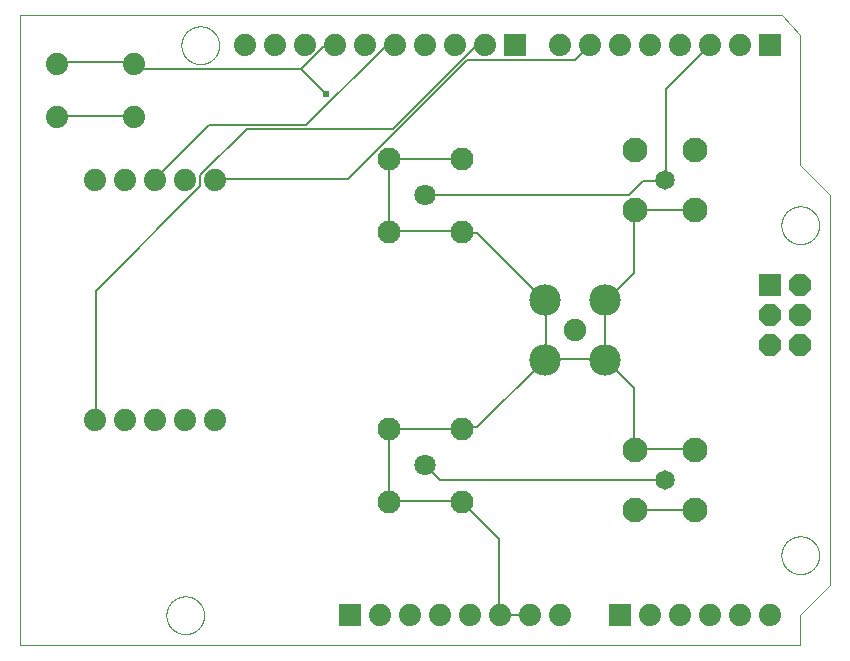
<source format=gtl>
G75*
%MOIN*%
%OFA0B0*%
%FSLAX25Y25*%
%IPPOS*%
%LPD*%
%AMOC8*
5,1,8,0,0,1.08239X$1,22.5*
%
%ADD10C,0.00000*%
%ADD11R,0.07400X0.07400*%
%ADD12C,0.07400*%
%ADD13R,0.07200X0.07200*%
%ADD14OC8,0.07200*%
%ADD15C,0.07087*%
%ADD16C,0.07677*%
%ADD17C,0.06496*%
%ADD18C,0.08268*%
%ADD19C,0.07500*%
%ADD20C,0.10500*%
%ADD21C,0.00600*%
%ADD22C,0.02400*%
D10*
X0001000Y0001000D02*
X0001000Y0211000D01*
X0255000Y0211000D01*
X0261000Y0204500D01*
X0261000Y0161000D01*
X0271000Y0151000D01*
X0271000Y0021000D01*
X0261000Y0011000D01*
X0261000Y0001000D01*
X0001000Y0001000D01*
X0049701Y0011000D02*
X0049703Y0011158D01*
X0049709Y0011316D01*
X0049719Y0011474D01*
X0049733Y0011632D01*
X0049751Y0011789D01*
X0049772Y0011946D01*
X0049798Y0012102D01*
X0049828Y0012258D01*
X0049861Y0012413D01*
X0049899Y0012566D01*
X0049940Y0012719D01*
X0049985Y0012871D01*
X0050034Y0013022D01*
X0050087Y0013171D01*
X0050143Y0013319D01*
X0050203Y0013465D01*
X0050267Y0013610D01*
X0050335Y0013753D01*
X0050406Y0013895D01*
X0050480Y0014035D01*
X0050558Y0014172D01*
X0050640Y0014308D01*
X0050724Y0014442D01*
X0050813Y0014573D01*
X0050904Y0014702D01*
X0050999Y0014829D01*
X0051096Y0014954D01*
X0051197Y0015076D01*
X0051301Y0015195D01*
X0051408Y0015312D01*
X0051518Y0015426D01*
X0051631Y0015537D01*
X0051746Y0015646D01*
X0051864Y0015751D01*
X0051985Y0015853D01*
X0052108Y0015953D01*
X0052234Y0016049D01*
X0052362Y0016142D01*
X0052492Y0016232D01*
X0052625Y0016318D01*
X0052760Y0016402D01*
X0052896Y0016481D01*
X0053035Y0016558D01*
X0053176Y0016630D01*
X0053318Y0016700D01*
X0053462Y0016765D01*
X0053608Y0016827D01*
X0053755Y0016885D01*
X0053904Y0016940D01*
X0054054Y0016991D01*
X0054205Y0017038D01*
X0054357Y0017081D01*
X0054510Y0017120D01*
X0054665Y0017156D01*
X0054820Y0017187D01*
X0054976Y0017215D01*
X0055132Y0017239D01*
X0055289Y0017259D01*
X0055447Y0017275D01*
X0055604Y0017287D01*
X0055763Y0017295D01*
X0055921Y0017299D01*
X0056079Y0017299D01*
X0056237Y0017295D01*
X0056396Y0017287D01*
X0056553Y0017275D01*
X0056711Y0017259D01*
X0056868Y0017239D01*
X0057024Y0017215D01*
X0057180Y0017187D01*
X0057335Y0017156D01*
X0057490Y0017120D01*
X0057643Y0017081D01*
X0057795Y0017038D01*
X0057946Y0016991D01*
X0058096Y0016940D01*
X0058245Y0016885D01*
X0058392Y0016827D01*
X0058538Y0016765D01*
X0058682Y0016700D01*
X0058824Y0016630D01*
X0058965Y0016558D01*
X0059104Y0016481D01*
X0059240Y0016402D01*
X0059375Y0016318D01*
X0059508Y0016232D01*
X0059638Y0016142D01*
X0059766Y0016049D01*
X0059892Y0015953D01*
X0060015Y0015853D01*
X0060136Y0015751D01*
X0060254Y0015646D01*
X0060369Y0015537D01*
X0060482Y0015426D01*
X0060592Y0015312D01*
X0060699Y0015195D01*
X0060803Y0015076D01*
X0060904Y0014954D01*
X0061001Y0014829D01*
X0061096Y0014702D01*
X0061187Y0014573D01*
X0061276Y0014442D01*
X0061360Y0014308D01*
X0061442Y0014172D01*
X0061520Y0014035D01*
X0061594Y0013895D01*
X0061665Y0013753D01*
X0061733Y0013610D01*
X0061797Y0013465D01*
X0061857Y0013319D01*
X0061913Y0013171D01*
X0061966Y0013022D01*
X0062015Y0012871D01*
X0062060Y0012719D01*
X0062101Y0012566D01*
X0062139Y0012413D01*
X0062172Y0012258D01*
X0062202Y0012102D01*
X0062228Y0011946D01*
X0062249Y0011789D01*
X0062267Y0011632D01*
X0062281Y0011474D01*
X0062291Y0011316D01*
X0062297Y0011158D01*
X0062299Y0011000D01*
X0062297Y0010842D01*
X0062291Y0010684D01*
X0062281Y0010526D01*
X0062267Y0010368D01*
X0062249Y0010211D01*
X0062228Y0010054D01*
X0062202Y0009898D01*
X0062172Y0009742D01*
X0062139Y0009587D01*
X0062101Y0009434D01*
X0062060Y0009281D01*
X0062015Y0009129D01*
X0061966Y0008978D01*
X0061913Y0008829D01*
X0061857Y0008681D01*
X0061797Y0008535D01*
X0061733Y0008390D01*
X0061665Y0008247D01*
X0061594Y0008105D01*
X0061520Y0007965D01*
X0061442Y0007828D01*
X0061360Y0007692D01*
X0061276Y0007558D01*
X0061187Y0007427D01*
X0061096Y0007298D01*
X0061001Y0007171D01*
X0060904Y0007046D01*
X0060803Y0006924D01*
X0060699Y0006805D01*
X0060592Y0006688D01*
X0060482Y0006574D01*
X0060369Y0006463D01*
X0060254Y0006354D01*
X0060136Y0006249D01*
X0060015Y0006147D01*
X0059892Y0006047D01*
X0059766Y0005951D01*
X0059638Y0005858D01*
X0059508Y0005768D01*
X0059375Y0005682D01*
X0059240Y0005598D01*
X0059104Y0005519D01*
X0058965Y0005442D01*
X0058824Y0005370D01*
X0058682Y0005300D01*
X0058538Y0005235D01*
X0058392Y0005173D01*
X0058245Y0005115D01*
X0058096Y0005060D01*
X0057946Y0005009D01*
X0057795Y0004962D01*
X0057643Y0004919D01*
X0057490Y0004880D01*
X0057335Y0004844D01*
X0057180Y0004813D01*
X0057024Y0004785D01*
X0056868Y0004761D01*
X0056711Y0004741D01*
X0056553Y0004725D01*
X0056396Y0004713D01*
X0056237Y0004705D01*
X0056079Y0004701D01*
X0055921Y0004701D01*
X0055763Y0004705D01*
X0055604Y0004713D01*
X0055447Y0004725D01*
X0055289Y0004741D01*
X0055132Y0004761D01*
X0054976Y0004785D01*
X0054820Y0004813D01*
X0054665Y0004844D01*
X0054510Y0004880D01*
X0054357Y0004919D01*
X0054205Y0004962D01*
X0054054Y0005009D01*
X0053904Y0005060D01*
X0053755Y0005115D01*
X0053608Y0005173D01*
X0053462Y0005235D01*
X0053318Y0005300D01*
X0053176Y0005370D01*
X0053035Y0005442D01*
X0052896Y0005519D01*
X0052760Y0005598D01*
X0052625Y0005682D01*
X0052492Y0005768D01*
X0052362Y0005858D01*
X0052234Y0005951D01*
X0052108Y0006047D01*
X0051985Y0006147D01*
X0051864Y0006249D01*
X0051746Y0006354D01*
X0051631Y0006463D01*
X0051518Y0006574D01*
X0051408Y0006688D01*
X0051301Y0006805D01*
X0051197Y0006924D01*
X0051096Y0007046D01*
X0050999Y0007171D01*
X0050904Y0007298D01*
X0050813Y0007427D01*
X0050724Y0007558D01*
X0050640Y0007692D01*
X0050558Y0007828D01*
X0050480Y0007965D01*
X0050406Y0008105D01*
X0050335Y0008247D01*
X0050267Y0008390D01*
X0050203Y0008535D01*
X0050143Y0008681D01*
X0050087Y0008829D01*
X0050034Y0008978D01*
X0049985Y0009129D01*
X0049940Y0009281D01*
X0049899Y0009434D01*
X0049861Y0009587D01*
X0049828Y0009742D01*
X0049798Y0009898D01*
X0049772Y0010054D01*
X0049751Y0010211D01*
X0049733Y0010368D01*
X0049719Y0010526D01*
X0049709Y0010684D01*
X0049703Y0010842D01*
X0049701Y0011000D01*
X0254701Y0031000D02*
X0254703Y0031158D01*
X0254709Y0031316D01*
X0254719Y0031474D01*
X0254733Y0031632D01*
X0254751Y0031789D01*
X0254772Y0031946D01*
X0254798Y0032102D01*
X0254828Y0032258D01*
X0254861Y0032413D01*
X0254899Y0032566D01*
X0254940Y0032719D01*
X0254985Y0032871D01*
X0255034Y0033022D01*
X0255087Y0033171D01*
X0255143Y0033319D01*
X0255203Y0033465D01*
X0255267Y0033610D01*
X0255335Y0033753D01*
X0255406Y0033895D01*
X0255480Y0034035D01*
X0255558Y0034172D01*
X0255640Y0034308D01*
X0255724Y0034442D01*
X0255813Y0034573D01*
X0255904Y0034702D01*
X0255999Y0034829D01*
X0256096Y0034954D01*
X0256197Y0035076D01*
X0256301Y0035195D01*
X0256408Y0035312D01*
X0256518Y0035426D01*
X0256631Y0035537D01*
X0256746Y0035646D01*
X0256864Y0035751D01*
X0256985Y0035853D01*
X0257108Y0035953D01*
X0257234Y0036049D01*
X0257362Y0036142D01*
X0257492Y0036232D01*
X0257625Y0036318D01*
X0257760Y0036402D01*
X0257896Y0036481D01*
X0258035Y0036558D01*
X0258176Y0036630D01*
X0258318Y0036700D01*
X0258462Y0036765D01*
X0258608Y0036827D01*
X0258755Y0036885D01*
X0258904Y0036940D01*
X0259054Y0036991D01*
X0259205Y0037038D01*
X0259357Y0037081D01*
X0259510Y0037120D01*
X0259665Y0037156D01*
X0259820Y0037187D01*
X0259976Y0037215D01*
X0260132Y0037239D01*
X0260289Y0037259D01*
X0260447Y0037275D01*
X0260604Y0037287D01*
X0260763Y0037295D01*
X0260921Y0037299D01*
X0261079Y0037299D01*
X0261237Y0037295D01*
X0261396Y0037287D01*
X0261553Y0037275D01*
X0261711Y0037259D01*
X0261868Y0037239D01*
X0262024Y0037215D01*
X0262180Y0037187D01*
X0262335Y0037156D01*
X0262490Y0037120D01*
X0262643Y0037081D01*
X0262795Y0037038D01*
X0262946Y0036991D01*
X0263096Y0036940D01*
X0263245Y0036885D01*
X0263392Y0036827D01*
X0263538Y0036765D01*
X0263682Y0036700D01*
X0263824Y0036630D01*
X0263965Y0036558D01*
X0264104Y0036481D01*
X0264240Y0036402D01*
X0264375Y0036318D01*
X0264508Y0036232D01*
X0264638Y0036142D01*
X0264766Y0036049D01*
X0264892Y0035953D01*
X0265015Y0035853D01*
X0265136Y0035751D01*
X0265254Y0035646D01*
X0265369Y0035537D01*
X0265482Y0035426D01*
X0265592Y0035312D01*
X0265699Y0035195D01*
X0265803Y0035076D01*
X0265904Y0034954D01*
X0266001Y0034829D01*
X0266096Y0034702D01*
X0266187Y0034573D01*
X0266276Y0034442D01*
X0266360Y0034308D01*
X0266442Y0034172D01*
X0266520Y0034035D01*
X0266594Y0033895D01*
X0266665Y0033753D01*
X0266733Y0033610D01*
X0266797Y0033465D01*
X0266857Y0033319D01*
X0266913Y0033171D01*
X0266966Y0033022D01*
X0267015Y0032871D01*
X0267060Y0032719D01*
X0267101Y0032566D01*
X0267139Y0032413D01*
X0267172Y0032258D01*
X0267202Y0032102D01*
X0267228Y0031946D01*
X0267249Y0031789D01*
X0267267Y0031632D01*
X0267281Y0031474D01*
X0267291Y0031316D01*
X0267297Y0031158D01*
X0267299Y0031000D01*
X0267297Y0030842D01*
X0267291Y0030684D01*
X0267281Y0030526D01*
X0267267Y0030368D01*
X0267249Y0030211D01*
X0267228Y0030054D01*
X0267202Y0029898D01*
X0267172Y0029742D01*
X0267139Y0029587D01*
X0267101Y0029434D01*
X0267060Y0029281D01*
X0267015Y0029129D01*
X0266966Y0028978D01*
X0266913Y0028829D01*
X0266857Y0028681D01*
X0266797Y0028535D01*
X0266733Y0028390D01*
X0266665Y0028247D01*
X0266594Y0028105D01*
X0266520Y0027965D01*
X0266442Y0027828D01*
X0266360Y0027692D01*
X0266276Y0027558D01*
X0266187Y0027427D01*
X0266096Y0027298D01*
X0266001Y0027171D01*
X0265904Y0027046D01*
X0265803Y0026924D01*
X0265699Y0026805D01*
X0265592Y0026688D01*
X0265482Y0026574D01*
X0265369Y0026463D01*
X0265254Y0026354D01*
X0265136Y0026249D01*
X0265015Y0026147D01*
X0264892Y0026047D01*
X0264766Y0025951D01*
X0264638Y0025858D01*
X0264508Y0025768D01*
X0264375Y0025682D01*
X0264240Y0025598D01*
X0264104Y0025519D01*
X0263965Y0025442D01*
X0263824Y0025370D01*
X0263682Y0025300D01*
X0263538Y0025235D01*
X0263392Y0025173D01*
X0263245Y0025115D01*
X0263096Y0025060D01*
X0262946Y0025009D01*
X0262795Y0024962D01*
X0262643Y0024919D01*
X0262490Y0024880D01*
X0262335Y0024844D01*
X0262180Y0024813D01*
X0262024Y0024785D01*
X0261868Y0024761D01*
X0261711Y0024741D01*
X0261553Y0024725D01*
X0261396Y0024713D01*
X0261237Y0024705D01*
X0261079Y0024701D01*
X0260921Y0024701D01*
X0260763Y0024705D01*
X0260604Y0024713D01*
X0260447Y0024725D01*
X0260289Y0024741D01*
X0260132Y0024761D01*
X0259976Y0024785D01*
X0259820Y0024813D01*
X0259665Y0024844D01*
X0259510Y0024880D01*
X0259357Y0024919D01*
X0259205Y0024962D01*
X0259054Y0025009D01*
X0258904Y0025060D01*
X0258755Y0025115D01*
X0258608Y0025173D01*
X0258462Y0025235D01*
X0258318Y0025300D01*
X0258176Y0025370D01*
X0258035Y0025442D01*
X0257896Y0025519D01*
X0257760Y0025598D01*
X0257625Y0025682D01*
X0257492Y0025768D01*
X0257362Y0025858D01*
X0257234Y0025951D01*
X0257108Y0026047D01*
X0256985Y0026147D01*
X0256864Y0026249D01*
X0256746Y0026354D01*
X0256631Y0026463D01*
X0256518Y0026574D01*
X0256408Y0026688D01*
X0256301Y0026805D01*
X0256197Y0026924D01*
X0256096Y0027046D01*
X0255999Y0027171D01*
X0255904Y0027298D01*
X0255813Y0027427D01*
X0255724Y0027558D01*
X0255640Y0027692D01*
X0255558Y0027828D01*
X0255480Y0027965D01*
X0255406Y0028105D01*
X0255335Y0028247D01*
X0255267Y0028390D01*
X0255203Y0028535D01*
X0255143Y0028681D01*
X0255087Y0028829D01*
X0255034Y0028978D01*
X0254985Y0029129D01*
X0254940Y0029281D01*
X0254899Y0029434D01*
X0254861Y0029587D01*
X0254828Y0029742D01*
X0254798Y0029898D01*
X0254772Y0030054D01*
X0254751Y0030211D01*
X0254733Y0030368D01*
X0254719Y0030526D01*
X0254709Y0030684D01*
X0254703Y0030842D01*
X0254701Y0031000D01*
X0254701Y0141000D02*
X0254703Y0141158D01*
X0254709Y0141316D01*
X0254719Y0141474D01*
X0254733Y0141632D01*
X0254751Y0141789D01*
X0254772Y0141946D01*
X0254798Y0142102D01*
X0254828Y0142258D01*
X0254861Y0142413D01*
X0254899Y0142566D01*
X0254940Y0142719D01*
X0254985Y0142871D01*
X0255034Y0143022D01*
X0255087Y0143171D01*
X0255143Y0143319D01*
X0255203Y0143465D01*
X0255267Y0143610D01*
X0255335Y0143753D01*
X0255406Y0143895D01*
X0255480Y0144035D01*
X0255558Y0144172D01*
X0255640Y0144308D01*
X0255724Y0144442D01*
X0255813Y0144573D01*
X0255904Y0144702D01*
X0255999Y0144829D01*
X0256096Y0144954D01*
X0256197Y0145076D01*
X0256301Y0145195D01*
X0256408Y0145312D01*
X0256518Y0145426D01*
X0256631Y0145537D01*
X0256746Y0145646D01*
X0256864Y0145751D01*
X0256985Y0145853D01*
X0257108Y0145953D01*
X0257234Y0146049D01*
X0257362Y0146142D01*
X0257492Y0146232D01*
X0257625Y0146318D01*
X0257760Y0146402D01*
X0257896Y0146481D01*
X0258035Y0146558D01*
X0258176Y0146630D01*
X0258318Y0146700D01*
X0258462Y0146765D01*
X0258608Y0146827D01*
X0258755Y0146885D01*
X0258904Y0146940D01*
X0259054Y0146991D01*
X0259205Y0147038D01*
X0259357Y0147081D01*
X0259510Y0147120D01*
X0259665Y0147156D01*
X0259820Y0147187D01*
X0259976Y0147215D01*
X0260132Y0147239D01*
X0260289Y0147259D01*
X0260447Y0147275D01*
X0260604Y0147287D01*
X0260763Y0147295D01*
X0260921Y0147299D01*
X0261079Y0147299D01*
X0261237Y0147295D01*
X0261396Y0147287D01*
X0261553Y0147275D01*
X0261711Y0147259D01*
X0261868Y0147239D01*
X0262024Y0147215D01*
X0262180Y0147187D01*
X0262335Y0147156D01*
X0262490Y0147120D01*
X0262643Y0147081D01*
X0262795Y0147038D01*
X0262946Y0146991D01*
X0263096Y0146940D01*
X0263245Y0146885D01*
X0263392Y0146827D01*
X0263538Y0146765D01*
X0263682Y0146700D01*
X0263824Y0146630D01*
X0263965Y0146558D01*
X0264104Y0146481D01*
X0264240Y0146402D01*
X0264375Y0146318D01*
X0264508Y0146232D01*
X0264638Y0146142D01*
X0264766Y0146049D01*
X0264892Y0145953D01*
X0265015Y0145853D01*
X0265136Y0145751D01*
X0265254Y0145646D01*
X0265369Y0145537D01*
X0265482Y0145426D01*
X0265592Y0145312D01*
X0265699Y0145195D01*
X0265803Y0145076D01*
X0265904Y0144954D01*
X0266001Y0144829D01*
X0266096Y0144702D01*
X0266187Y0144573D01*
X0266276Y0144442D01*
X0266360Y0144308D01*
X0266442Y0144172D01*
X0266520Y0144035D01*
X0266594Y0143895D01*
X0266665Y0143753D01*
X0266733Y0143610D01*
X0266797Y0143465D01*
X0266857Y0143319D01*
X0266913Y0143171D01*
X0266966Y0143022D01*
X0267015Y0142871D01*
X0267060Y0142719D01*
X0267101Y0142566D01*
X0267139Y0142413D01*
X0267172Y0142258D01*
X0267202Y0142102D01*
X0267228Y0141946D01*
X0267249Y0141789D01*
X0267267Y0141632D01*
X0267281Y0141474D01*
X0267291Y0141316D01*
X0267297Y0141158D01*
X0267299Y0141000D01*
X0267297Y0140842D01*
X0267291Y0140684D01*
X0267281Y0140526D01*
X0267267Y0140368D01*
X0267249Y0140211D01*
X0267228Y0140054D01*
X0267202Y0139898D01*
X0267172Y0139742D01*
X0267139Y0139587D01*
X0267101Y0139434D01*
X0267060Y0139281D01*
X0267015Y0139129D01*
X0266966Y0138978D01*
X0266913Y0138829D01*
X0266857Y0138681D01*
X0266797Y0138535D01*
X0266733Y0138390D01*
X0266665Y0138247D01*
X0266594Y0138105D01*
X0266520Y0137965D01*
X0266442Y0137828D01*
X0266360Y0137692D01*
X0266276Y0137558D01*
X0266187Y0137427D01*
X0266096Y0137298D01*
X0266001Y0137171D01*
X0265904Y0137046D01*
X0265803Y0136924D01*
X0265699Y0136805D01*
X0265592Y0136688D01*
X0265482Y0136574D01*
X0265369Y0136463D01*
X0265254Y0136354D01*
X0265136Y0136249D01*
X0265015Y0136147D01*
X0264892Y0136047D01*
X0264766Y0135951D01*
X0264638Y0135858D01*
X0264508Y0135768D01*
X0264375Y0135682D01*
X0264240Y0135598D01*
X0264104Y0135519D01*
X0263965Y0135442D01*
X0263824Y0135370D01*
X0263682Y0135300D01*
X0263538Y0135235D01*
X0263392Y0135173D01*
X0263245Y0135115D01*
X0263096Y0135060D01*
X0262946Y0135009D01*
X0262795Y0134962D01*
X0262643Y0134919D01*
X0262490Y0134880D01*
X0262335Y0134844D01*
X0262180Y0134813D01*
X0262024Y0134785D01*
X0261868Y0134761D01*
X0261711Y0134741D01*
X0261553Y0134725D01*
X0261396Y0134713D01*
X0261237Y0134705D01*
X0261079Y0134701D01*
X0260921Y0134701D01*
X0260763Y0134705D01*
X0260604Y0134713D01*
X0260447Y0134725D01*
X0260289Y0134741D01*
X0260132Y0134761D01*
X0259976Y0134785D01*
X0259820Y0134813D01*
X0259665Y0134844D01*
X0259510Y0134880D01*
X0259357Y0134919D01*
X0259205Y0134962D01*
X0259054Y0135009D01*
X0258904Y0135060D01*
X0258755Y0135115D01*
X0258608Y0135173D01*
X0258462Y0135235D01*
X0258318Y0135300D01*
X0258176Y0135370D01*
X0258035Y0135442D01*
X0257896Y0135519D01*
X0257760Y0135598D01*
X0257625Y0135682D01*
X0257492Y0135768D01*
X0257362Y0135858D01*
X0257234Y0135951D01*
X0257108Y0136047D01*
X0256985Y0136147D01*
X0256864Y0136249D01*
X0256746Y0136354D01*
X0256631Y0136463D01*
X0256518Y0136574D01*
X0256408Y0136688D01*
X0256301Y0136805D01*
X0256197Y0136924D01*
X0256096Y0137046D01*
X0255999Y0137171D01*
X0255904Y0137298D01*
X0255813Y0137427D01*
X0255724Y0137558D01*
X0255640Y0137692D01*
X0255558Y0137828D01*
X0255480Y0137965D01*
X0255406Y0138105D01*
X0255335Y0138247D01*
X0255267Y0138390D01*
X0255203Y0138535D01*
X0255143Y0138681D01*
X0255087Y0138829D01*
X0255034Y0138978D01*
X0254985Y0139129D01*
X0254940Y0139281D01*
X0254899Y0139434D01*
X0254861Y0139587D01*
X0254828Y0139742D01*
X0254798Y0139898D01*
X0254772Y0140054D01*
X0254751Y0140211D01*
X0254733Y0140368D01*
X0254719Y0140526D01*
X0254709Y0140684D01*
X0254703Y0140842D01*
X0254701Y0141000D01*
X0054701Y0201000D02*
X0054703Y0201158D01*
X0054709Y0201316D01*
X0054719Y0201474D01*
X0054733Y0201632D01*
X0054751Y0201789D01*
X0054772Y0201946D01*
X0054798Y0202102D01*
X0054828Y0202258D01*
X0054861Y0202413D01*
X0054899Y0202566D01*
X0054940Y0202719D01*
X0054985Y0202871D01*
X0055034Y0203022D01*
X0055087Y0203171D01*
X0055143Y0203319D01*
X0055203Y0203465D01*
X0055267Y0203610D01*
X0055335Y0203753D01*
X0055406Y0203895D01*
X0055480Y0204035D01*
X0055558Y0204172D01*
X0055640Y0204308D01*
X0055724Y0204442D01*
X0055813Y0204573D01*
X0055904Y0204702D01*
X0055999Y0204829D01*
X0056096Y0204954D01*
X0056197Y0205076D01*
X0056301Y0205195D01*
X0056408Y0205312D01*
X0056518Y0205426D01*
X0056631Y0205537D01*
X0056746Y0205646D01*
X0056864Y0205751D01*
X0056985Y0205853D01*
X0057108Y0205953D01*
X0057234Y0206049D01*
X0057362Y0206142D01*
X0057492Y0206232D01*
X0057625Y0206318D01*
X0057760Y0206402D01*
X0057896Y0206481D01*
X0058035Y0206558D01*
X0058176Y0206630D01*
X0058318Y0206700D01*
X0058462Y0206765D01*
X0058608Y0206827D01*
X0058755Y0206885D01*
X0058904Y0206940D01*
X0059054Y0206991D01*
X0059205Y0207038D01*
X0059357Y0207081D01*
X0059510Y0207120D01*
X0059665Y0207156D01*
X0059820Y0207187D01*
X0059976Y0207215D01*
X0060132Y0207239D01*
X0060289Y0207259D01*
X0060447Y0207275D01*
X0060604Y0207287D01*
X0060763Y0207295D01*
X0060921Y0207299D01*
X0061079Y0207299D01*
X0061237Y0207295D01*
X0061396Y0207287D01*
X0061553Y0207275D01*
X0061711Y0207259D01*
X0061868Y0207239D01*
X0062024Y0207215D01*
X0062180Y0207187D01*
X0062335Y0207156D01*
X0062490Y0207120D01*
X0062643Y0207081D01*
X0062795Y0207038D01*
X0062946Y0206991D01*
X0063096Y0206940D01*
X0063245Y0206885D01*
X0063392Y0206827D01*
X0063538Y0206765D01*
X0063682Y0206700D01*
X0063824Y0206630D01*
X0063965Y0206558D01*
X0064104Y0206481D01*
X0064240Y0206402D01*
X0064375Y0206318D01*
X0064508Y0206232D01*
X0064638Y0206142D01*
X0064766Y0206049D01*
X0064892Y0205953D01*
X0065015Y0205853D01*
X0065136Y0205751D01*
X0065254Y0205646D01*
X0065369Y0205537D01*
X0065482Y0205426D01*
X0065592Y0205312D01*
X0065699Y0205195D01*
X0065803Y0205076D01*
X0065904Y0204954D01*
X0066001Y0204829D01*
X0066096Y0204702D01*
X0066187Y0204573D01*
X0066276Y0204442D01*
X0066360Y0204308D01*
X0066442Y0204172D01*
X0066520Y0204035D01*
X0066594Y0203895D01*
X0066665Y0203753D01*
X0066733Y0203610D01*
X0066797Y0203465D01*
X0066857Y0203319D01*
X0066913Y0203171D01*
X0066966Y0203022D01*
X0067015Y0202871D01*
X0067060Y0202719D01*
X0067101Y0202566D01*
X0067139Y0202413D01*
X0067172Y0202258D01*
X0067202Y0202102D01*
X0067228Y0201946D01*
X0067249Y0201789D01*
X0067267Y0201632D01*
X0067281Y0201474D01*
X0067291Y0201316D01*
X0067297Y0201158D01*
X0067299Y0201000D01*
X0067297Y0200842D01*
X0067291Y0200684D01*
X0067281Y0200526D01*
X0067267Y0200368D01*
X0067249Y0200211D01*
X0067228Y0200054D01*
X0067202Y0199898D01*
X0067172Y0199742D01*
X0067139Y0199587D01*
X0067101Y0199434D01*
X0067060Y0199281D01*
X0067015Y0199129D01*
X0066966Y0198978D01*
X0066913Y0198829D01*
X0066857Y0198681D01*
X0066797Y0198535D01*
X0066733Y0198390D01*
X0066665Y0198247D01*
X0066594Y0198105D01*
X0066520Y0197965D01*
X0066442Y0197828D01*
X0066360Y0197692D01*
X0066276Y0197558D01*
X0066187Y0197427D01*
X0066096Y0197298D01*
X0066001Y0197171D01*
X0065904Y0197046D01*
X0065803Y0196924D01*
X0065699Y0196805D01*
X0065592Y0196688D01*
X0065482Y0196574D01*
X0065369Y0196463D01*
X0065254Y0196354D01*
X0065136Y0196249D01*
X0065015Y0196147D01*
X0064892Y0196047D01*
X0064766Y0195951D01*
X0064638Y0195858D01*
X0064508Y0195768D01*
X0064375Y0195682D01*
X0064240Y0195598D01*
X0064104Y0195519D01*
X0063965Y0195442D01*
X0063824Y0195370D01*
X0063682Y0195300D01*
X0063538Y0195235D01*
X0063392Y0195173D01*
X0063245Y0195115D01*
X0063096Y0195060D01*
X0062946Y0195009D01*
X0062795Y0194962D01*
X0062643Y0194919D01*
X0062490Y0194880D01*
X0062335Y0194844D01*
X0062180Y0194813D01*
X0062024Y0194785D01*
X0061868Y0194761D01*
X0061711Y0194741D01*
X0061553Y0194725D01*
X0061396Y0194713D01*
X0061237Y0194705D01*
X0061079Y0194701D01*
X0060921Y0194701D01*
X0060763Y0194705D01*
X0060604Y0194713D01*
X0060447Y0194725D01*
X0060289Y0194741D01*
X0060132Y0194761D01*
X0059976Y0194785D01*
X0059820Y0194813D01*
X0059665Y0194844D01*
X0059510Y0194880D01*
X0059357Y0194919D01*
X0059205Y0194962D01*
X0059054Y0195009D01*
X0058904Y0195060D01*
X0058755Y0195115D01*
X0058608Y0195173D01*
X0058462Y0195235D01*
X0058318Y0195300D01*
X0058176Y0195370D01*
X0058035Y0195442D01*
X0057896Y0195519D01*
X0057760Y0195598D01*
X0057625Y0195682D01*
X0057492Y0195768D01*
X0057362Y0195858D01*
X0057234Y0195951D01*
X0057108Y0196047D01*
X0056985Y0196147D01*
X0056864Y0196249D01*
X0056746Y0196354D01*
X0056631Y0196463D01*
X0056518Y0196574D01*
X0056408Y0196688D01*
X0056301Y0196805D01*
X0056197Y0196924D01*
X0056096Y0197046D01*
X0055999Y0197171D01*
X0055904Y0197298D01*
X0055813Y0197427D01*
X0055724Y0197558D01*
X0055640Y0197692D01*
X0055558Y0197828D01*
X0055480Y0197965D01*
X0055406Y0198105D01*
X0055335Y0198247D01*
X0055267Y0198390D01*
X0055203Y0198535D01*
X0055143Y0198681D01*
X0055087Y0198829D01*
X0055034Y0198978D01*
X0054985Y0199129D01*
X0054940Y0199281D01*
X0054899Y0199434D01*
X0054861Y0199587D01*
X0054828Y0199742D01*
X0054798Y0199898D01*
X0054772Y0200054D01*
X0054751Y0200211D01*
X0054733Y0200368D01*
X0054719Y0200526D01*
X0054709Y0200684D01*
X0054703Y0200842D01*
X0054701Y0201000D01*
D11*
X0166000Y0201000D03*
X0251000Y0201000D03*
X0201000Y0011000D03*
X0111000Y0011000D03*
D12*
X0121000Y0011000D03*
X0131000Y0011000D03*
X0141000Y0011000D03*
X0151000Y0011000D03*
X0161000Y0011000D03*
X0171000Y0011000D03*
X0181000Y0011000D03*
X0211000Y0011000D03*
X0221000Y0011000D03*
X0231000Y0011000D03*
X0241000Y0011000D03*
X0251000Y0011000D03*
X0066000Y0076000D03*
X0056000Y0076000D03*
X0046000Y0076000D03*
X0036000Y0076000D03*
X0026000Y0076000D03*
X0026000Y0156000D03*
X0036000Y0156000D03*
X0046000Y0156000D03*
X0056000Y0156000D03*
X0066000Y0156000D03*
X0038800Y0177100D03*
X0038800Y0194900D03*
X0013200Y0194900D03*
X0013200Y0177100D03*
X0076000Y0201000D03*
X0086000Y0201000D03*
X0096000Y0201000D03*
X0106000Y0201000D03*
X0116000Y0201000D03*
X0126000Y0201000D03*
X0136000Y0201000D03*
X0146000Y0201000D03*
X0156000Y0201000D03*
X0181000Y0201000D03*
X0191000Y0201000D03*
X0201000Y0201000D03*
X0211000Y0201000D03*
X0221000Y0201000D03*
X0231000Y0201000D03*
X0241000Y0201000D03*
D13*
X0251000Y0121000D03*
D14*
X0261000Y0121000D03*
X0261000Y0111000D03*
X0251000Y0111000D03*
X0251000Y0101000D03*
X0261000Y0101000D03*
D15*
X0136000Y0061000D03*
X0136000Y0151000D03*
D16*
X0123800Y0138800D03*
X0148200Y0138800D03*
X0148200Y0163200D03*
X0123800Y0163200D03*
X0123800Y0073200D03*
X0148200Y0073200D03*
X0148200Y0048800D03*
X0123800Y0048800D03*
D17*
X0216000Y0056000D03*
X0216000Y0156000D03*
D18*
X0206000Y0166000D03*
X0226000Y0166000D03*
X0226000Y0146000D03*
X0206000Y0146000D03*
X0206000Y0066000D03*
X0226000Y0066000D03*
X0226000Y0046000D03*
X0206000Y0046000D03*
D19*
X0186000Y0106000D03*
D20*
X0175961Y0095961D03*
X0196039Y0095961D03*
X0196039Y0116039D03*
X0175961Y0116039D03*
D21*
X0175600Y0116200D01*
X0153400Y0138400D01*
X0148600Y0138400D01*
X0148200Y0138800D01*
X0148000Y0139000D01*
X0124000Y0139000D01*
X0123800Y0138800D01*
X0124000Y0139000D02*
X0124000Y0163000D01*
X0123800Y0163200D01*
X0124000Y0163000D02*
X0148000Y0163000D01*
X0148200Y0163200D01*
X0136000Y0151000D02*
X0203800Y0151000D01*
X0208600Y0155800D01*
X0215800Y0155800D01*
X0216000Y0156000D01*
X0216400Y0156400D01*
X0216400Y0186400D01*
X0231000Y0201000D01*
X0191000Y0201000D02*
X0190600Y0200800D01*
X0185800Y0196000D01*
X0149800Y0196000D01*
X0110200Y0156400D01*
X0066400Y0156400D01*
X0066000Y0156000D01*
X0061000Y0157600D02*
X0061000Y0154000D01*
X0026200Y0119200D01*
X0026200Y0076000D01*
X0026000Y0076000D01*
X0123800Y0073200D02*
X0124000Y0073000D01*
X0148000Y0073000D01*
X0148200Y0073200D01*
X0148600Y0073600D01*
X0153400Y0073600D01*
X0175600Y0095800D01*
X0175961Y0095961D01*
X0176200Y0096400D01*
X0196000Y0096400D01*
X0196039Y0095961D01*
X0196600Y0095800D01*
X0205600Y0086800D01*
X0205600Y0066400D01*
X0206000Y0066000D01*
X0206200Y0066400D01*
X0226000Y0066400D01*
X0226000Y0066000D01*
X0216000Y0056000D02*
X0215800Y0056200D01*
X0140800Y0056200D01*
X0136000Y0061000D01*
X0124000Y0073000D02*
X0124000Y0049000D01*
X0123800Y0048800D01*
X0124000Y0049000D02*
X0148000Y0049000D01*
X0148200Y0048800D01*
X0160600Y0036400D01*
X0160600Y0011200D01*
X0161000Y0011000D01*
X0161200Y0011200D01*
X0170800Y0011200D01*
X0171000Y0011000D01*
X0206000Y0046000D02*
X0226000Y0046000D01*
X0196000Y0096400D02*
X0196000Y0115600D01*
X0196039Y0116039D01*
X0196600Y0116200D01*
X0205600Y0125200D01*
X0205600Y0145600D01*
X0206000Y0146000D01*
X0206200Y0146200D01*
X0226000Y0146200D01*
X0226000Y0146000D01*
X0175961Y0116039D02*
X0176200Y0115600D01*
X0176200Y0096400D01*
X0125200Y0173200D02*
X0076600Y0173200D01*
X0061000Y0157600D01*
X0046000Y0156400D02*
X0046000Y0156000D01*
X0046000Y0156400D02*
X0064000Y0174400D01*
X0096400Y0174400D01*
X0122800Y0200800D01*
X0125800Y0200800D01*
X0126000Y0201000D01*
X0106000Y0200800D02*
X0106000Y0201000D01*
X0106000Y0200800D02*
X0102400Y0200800D01*
X0094600Y0193000D01*
X0103000Y0184600D01*
X0094600Y0193000D02*
X0040600Y0193000D01*
X0038800Y0194800D01*
X0038800Y0194900D01*
X0038800Y0195400D01*
X0013600Y0195400D01*
X0013200Y0194900D01*
X0013600Y0177400D02*
X0013200Y0177100D01*
X0013600Y0177400D02*
X0038800Y0177400D01*
X0038800Y0177100D01*
X0125200Y0173200D02*
X0152800Y0200800D01*
X0155800Y0200800D01*
X0156000Y0201000D01*
D22*
X0103000Y0184600D03*
M02*

</source>
